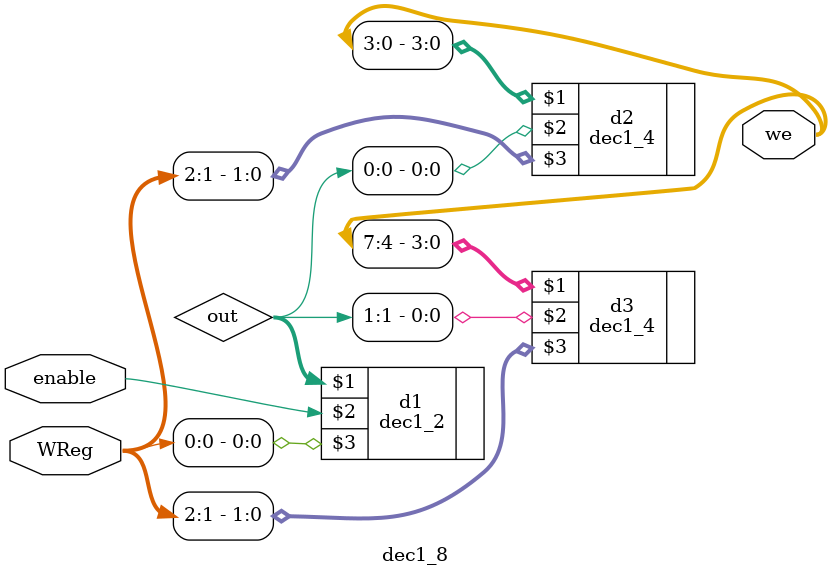
<source format=sv>
module dec1_8(we, enable, WReg);

	output logic [7:0] we;
	input logic enable;
	input logic [2:0] WReg;
	logic [1:0] out;
	
	dec1_2 d1 (out[1:0], enable,WReg[0]);
	dec1_4 d2 (we[3:0], out[0], WReg[2:1]);
	dec1_4 d3(we[7:4], out[1], WReg[2:1]);
	
endmodule


</source>
